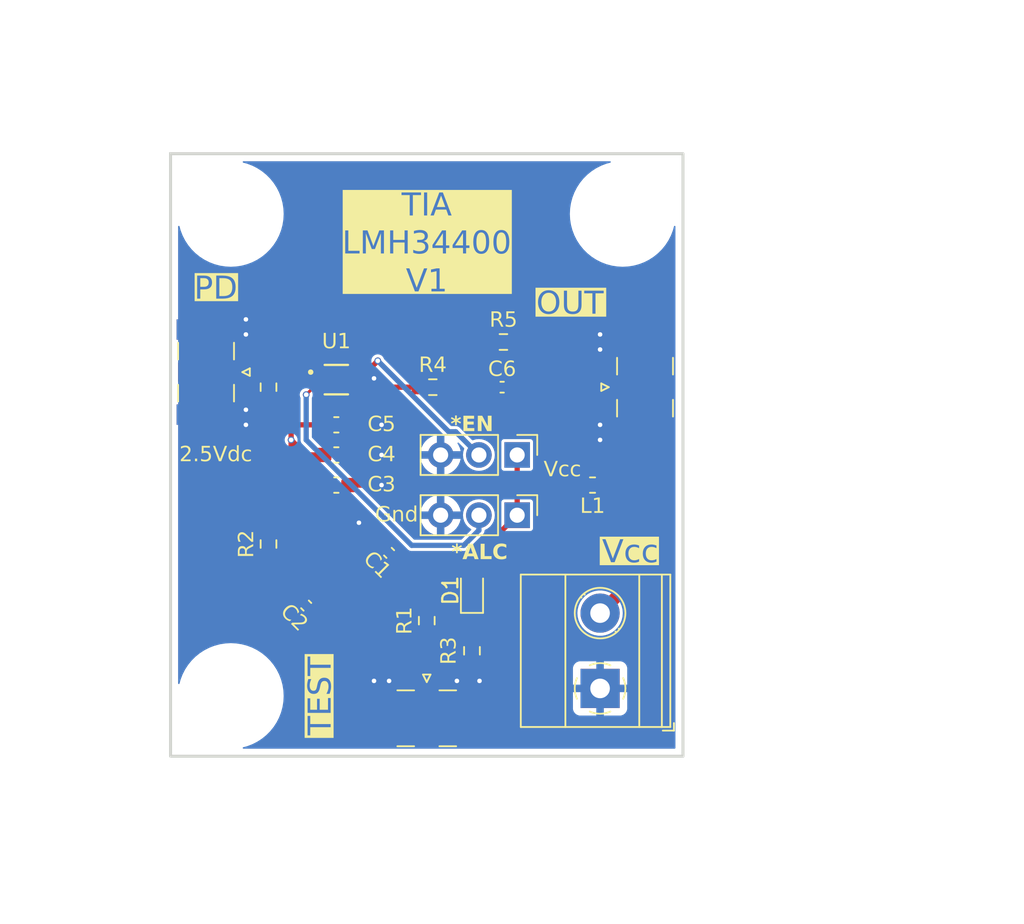
<source format=kicad_pcb>
(kicad_pcb (version 20240108) (generator "pcbnew") (generator_version "8.0")
  (layers (0 "F.Cu" signal) (1 "In1.Cu" signal) (2 "In2.Cu" signal) (31 "B.Cu" signal) (34 "B.Paste" user) (35 "F.Paste" user) (36 "B.SilkS" user "B.Silkscreen") (37 "F.SilkS" user "F.Silkscreen") (38 "B.Mask" user) (39 "F.Mask" user) (44 "Edge.Cuts" user))
  (net 0 "")
  (net 1 "GND")
  (net 2 "Net-(U1-OUT)")
  (net 3 "Net-(J3-Pin_2)")
  (net 4 "VCC")
  (net 5 "Net-(J1-In)")
  (net 6 "Net-(C1-Pad1)")
  (net 7 "Net-(C2-Pad2)")
  (net 8 "Net-(J6-In)")
  (net 9 "Net-(C6-Pad1)")
  (net 10 "Net-(J2-In)")
  (net 11 "Net-(J4-Pin_2)")
  (net 12 "Net-(J5-Pin_2)")
  (net 13 "Net-(JP1-A)")
  (net 14 "Net-(D1-K)")
  (footprint "Resistor_SMD:R_0603_1608Metric_Pad0.98x0.95mm_HandSolder" (layer "F.Cu") (at 113.5 68.5 90)
    (property "Reference" "JP1" (hide yes))
    (property "Value" "Test")
    (fp_line (start -0.254724 -0.5225) (end 0.254724 -0.5225) (stroke (width 0.12)) (layer "F.SilkS"))
    (fp_line (start -0.254724 0.5225) (end 0.254724 0.5225) (stroke (width 0.12)) (layer "F.SilkS"))
    (pad "1" smd roundrect (at -0.9125 0 90) (size 0.975 0.95) (layers "F.Cu" "F.Paste" "F.Mask") (net 13 "Net-(JP1-A)"))
    (pad "2" smd roundrect (at 0.9125 0 90) (size 0.975 0.95) (layers "F.Cu" "F.Paste" "F.Mask") (net 10 "Net-(J2-In)"))
  )
  (footprint "TerminalBlock_Phoenix:TerminalBlock_Phoenix_MKDS-1,5-2_1x02_P5.00mm_Horizontal" (layer "F.Cu") (at 135.5 88.5 90)
    (property "Reference" "J3")
    (property "Value" "Vout")
    (fp_line (start 7.56 -5.261) (end 7.56 4.66) (stroke (width 0.12)) (layer "F.SilkS"))
    (fp_line (start -2.56 -5.261) (end 7.56 -5.261) (stroke (width 0.12)) (layer "F.SilkS"))
    (fp_line (start -2.56 -5.261) (end -2.56 4.66) (stroke (width 0.12)) (layer "F.SilkS"))
    (fp_line (start -2.56 -2.301) (end 7.56 -2.301) (stroke (width 0.12)) (layer "F.SilkS"))
    (fp_line (start 6.07 -1.275) (end 6.035 -1.239) (stroke (width 0.12)) (layer "F.SilkS"))
    (fp_line (start 6.275 -1.069) (end 6.228 -1.023) (stroke (width 0.12)) (layer "F.SilkS"))
    (fp_line (start 3.773 1.023) (end 3.726 1.069) (stroke (width 0.12)) (layer "F.SilkS"))
    (fp_line (start 3.966 1.239) (end 3.931 1.274) (stroke (width 0.12)) (layer "F.SilkS"))
    (fp_line (start -2.56 2.6) (end 7.56 2.6) (stroke (width 0.12)) (layer "F.SilkS"))
    (fp_line (start -2.56 4.1) (end 7.56 4.1) (stroke (width 0.12)) (layer "F.SilkS"))
    (fp_line (start -2.8 4.16) (end -2.8 4.9) (stroke (width 0.12)) (layer "F.SilkS"))
    (fp_line (start -2.56 4.66) (end 7.56 4.66) (stroke (width 0.12)) (layer "F.SilkS"))
    (fp_line (start -2.8 4.9) (end -2.3 4.9) (stroke (width 0.12)) (layer "F.SilkS"))
    (fp_arc (start -0.683042 -1.535427) (mid 0.000524 -1.680501) (end 0.684 -1.535) (stroke (width 0.12)) (layer "F.SilkS"))
    (fp_arc (start 1.535427 -0.683042) (mid 1.680501 0.000524) (end 1.535 0.684) (stroke (width 0.12)) (layer "F.SilkS"))
    (fp_arc (start -1.535427 0.683042) (mid -1.680501 -0.000524) (end -1.535 -0.684) (stroke (width 0.12)) (layer "F.SilkS"))
    (fp_arc (start 0.683318 1.534756) (mid 0.349292 1.643288) (end 0 1.68) (stroke (width 0.12)) (layer "F.SilkS"))
    (fp_arc (start 0.028805 1.680253) (mid -0.335551 1.646659) (end -0.684 1.535) (stroke (width 0.12)) (layer "F.SilkS"))
    (fp_circle (center 5 0) (end 6.68 0) (stroke (width 0.12)) (fill none) (layer "F.SilkS"))
    (pad "1" thru_hole rect (at 0 0 90) (size 2.6 2.6) (drill 1.3) (layers "*.Cu" "*.Mask") (net 1 "GND"))
    (pad "2" thru_hole circle (at 5 0 90) (size 2.6 2.6) (drill 1.3) (layers "*.Cu" "*.Mask") (net 3 "Net-(J3-Pin_2)"))
  )
  (footprint "Resistor_SMD:R_0603_1608Metric_Pad0.98x0.95mm_HandSolder" (layer "F.Cu") (at 124 84 90)
    (property "Reference" "R1" (at 0 -1.43 -90) (layer "F.SilkS") (effects (font (thickness 0.153))))
    (property "Value" "49.9")
    (fp_line (start -0.254724 -0.5225) (end 0.254724 -0.5225) (stroke (width 0.12)) (layer "F.SilkS"))
    (fp_line (start -0.254724 0.5225) (end 0.254724 0.5225) (stroke (width 0.12)) (layer "F.SilkS"))
    (pad "1" smd roundrect (at -0.9125 0 90) (size 0.975 0.95) (layers "F.Cu" "F.Paste" "F.Mask") (net 5 "Net-(J1-In)"))
    (pad "2" smd roundrect (at 0.9125 0 90) (size 0.975 0.95) (layers "F.Cu" "F.Paste" "F.Mask") (net 6 "Net-(C1-Pad1)"))
  )
  (footprint "Inductor_SMD:L_0603_1608Metric_Pad1.05x0.95mm_HandSolder" (layer "F.Cu") (at 135 75 180)
    (property "Reference" "L1" (at 0 -1.43 180) (layer "F.SilkS") (effects (font (thickness 0.153))))
    (property "Value" " Ferrite Beads 220 OHM ")
    (fp_line (start -0.171267 0.51) (end 0.171267 0.51) (stroke (width 0.12)) (layer "F.SilkS"))
    (fp_line (start -0.171267 -0.51) (end 0.171267 -0.51) (stroke (width 0.12)) (layer "F.SilkS"))
    (pad "1" smd roundrect (at -0.875 0 180) (size 1.05 0.95) (layers "F.Cu" "F.Paste" "F.Mask") (net 3 "Net-(J3-Pin_2)"))
    (pad "2" smd roundrect (at 0.875 0 180) (size 1.05 0.95) (layers "F.Cu" "F.Paste" "F.Mask") (net 4 "VCC"))
  )
  (footprint "Connector_PinHeader_2.54mm:PinHeader_1x03_P2.54mm_Vertical" (layer "F.Cu") (at 130 73 -90)
    (property "Reference" "J5" (hide yes))
    (property "Value" "N_ALC")
    (fp_line (start -1.33 6.41) (end 1.33 6.41) (stroke (width 0.12)) (layer "F.SilkS"))
    (fp_line (start -1.33 1.27) (end -1.33 6.41) (stroke (width 0.12)) (layer "F.SilkS"))
    (fp_line (start -1.33 1.27) (end 1.33 1.27) (stroke (width 0.12)) (layer "F.SilkS"))
    (fp_line (start 1.33 1.27) (end 1.33 6.41) (stroke (width 0.12)) (layer "F.SilkS"))
    (fp_line (start -1.33 0) (end -1.33 -1.33) (stroke (width 0.12)) (layer "F.SilkS"))
    (fp_line (start -1.33 -1.33) (end 0 -1.33) (stroke (width 0.12)) (layer "F.SilkS"))
    (pad "1" thru_hole rect (at 0 0 270) (size 1.7 1.7) (drill 1) (layers "*.Cu" "*.Mask") (net 4 "VCC"))
    (pad "2" thru_hole oval (at 0 2.54 270) (size 1.7 1.7) (drill 1) (layers "*.Cu" "*.Mask") (net 12 "Net-(J5-Pin_2)"))
    (pad "3" thru_hole oval (at 0 5.08 270) (size 1.7 1.7) (drill 1) (layers "*.Cu" "*.Mask") (net 1 "GND"))
  )
  (footprint "MountingHole:MountingHole_3.2mm_M3_DIN965" (layer "F.Cu") (at 137 57)
    (property "Reference" "H2" (hide yes))
    (property "Value" "M3")
    (pad "" np_thru_hole circle (at 0 0) (size 3.2 3.2) (drill 3.2) (layers "*.Cu" "*.Mask"))
  )
  (footprint "LumiCom_TIA:SOT5X3-6_DRL_TEX" (layer "F.Cu") (at 118 68)
    (property "Reference" "U1" (at 0 -2.5 0) (layer "F.SilkS") (effects (font (thickness 0.153))))
    (property "Value" "LMH34400")
    (fp_line (start -0.7747 0.9779) (end 0.7747 0.9779) (stroke (width 0.1524)) (layer "F.SilkS"))
    (fp_line (start 0.7747 -0.9779) (end -0.7747 -0.9779) (stroke (width 0.1524)) (layer "F.SilkS"))
    (fp_circle (center -1.701699 -0.5) (end -1.600099 -0.5) (stroke (width 0.1524)) (fill solid) (layer "F.SilkS"))
    (pad "1" smd rect (at -0.7977 -0.499999) (size 0.706399 0.2294) (layers "F.Cu" "F.Paste" "F.Mask") (net 10 "Net-(J2-In)"))
    (pad "2" smd rect (at -0.7977 0) (size 0.706399 0.2294) (layers "F.Cu" "F.Paste" "F.Mask") (net 4 "VCC"))
    (pad "3" smd rect (at -0.7977 0.499999) (size 0.706399 0.2294) (layers "F.Cu" "F.Paste" "F.Mask") (net 11 "Net-(J4-Pin_2)"))
    (pad "4" smd rect (at 0.7977 0.499999) (size 0.706399 0.2294) (layers "F.Cu" "F.Paste" "F.Mask") (net 2 "Net-(U1-OUT)"))
    (pad "5" smd rect (at 0.7977 0) (size 0.706399 0.2294) (layers "F.Cu" "F.Paste" "F.Mask") (net 1 "GND"))
    (pad "6" smd rect (at 0.7977 -0.499999) (size 0.706399 0.2294) (layers "F.Cu" "F.Paste" "F.Mask") (net 12 "Net-(J5-Pin_2)"))
  )
  (footprint "Connector_PinHeader_2.54mm:PinHeader_1x03_P2.54mm_Vertical" (layer "F.Cu") (at 130 77 -90)
    (property "Reference" "J4" (hide yes))
    (property "Value" "N_EN")
    (fp_line (start -1.33 6.41) (end 1.33 6.41) (stroke (width 0.12)) (layer "F.SilkS"))
    (fp_line (start -1.33 1.27) (end -1.33 6.41) (stroke (width 0.12)) (layer "F.SilkS"))
    (fp_line (start -1.33 1.27) (end 1.33 1.27) (stroke (width 0.12)) (layer "F.SilkS"))
    (fp_line (start 1.33 1.27) (end 1.33 6.41) (stroke (width 0.12)) (layer "F.SilkS"))
    (fp_line (start -1.33 0) (end -1.33 -1.33) (stroke (width 0.12)) (layer "F.SilkS"))
    (fp_line (start -1.33 -1.33) (end 0 -1.33) (stroke (width 0.12)) (layer "F.SilkS"))
    (pad "1" thru_hole rect (at 0 0 270) (size 1.7 1.7) (drill 1) (layers "*.Cu" "*.Mask") (net 4 "VCC"))
    (pad "2" thru_hole oval (at 0 2.54 270) (size 1.7 1.7) (drill 1) (layers "*.Cu" "*.Mask") (net 11 "Net-(J4-Pin_2)"))
    (pad "3" thru_hole oval (at 0 5.08 270) (size 1.7 1.7) (drill 1) (layers "*.Cu" "*.Mask") (net 1 "GND"))
  )
  (footprint "Resistor_SMD:R_0603_1608Metric_Pad0.98x0.95mm_HandSolder" (layer "F.Cu") (at 124.4 68.5)
    (property "Reference" "R4" (at 0 -1.43 0) (layer "F.SilkS") (effects (font (thickness 0.153))))
    (property "Value" "49.9")
    (fp_line (start -0.254724 -0.5225) (end 0.254724 -0.5225) (stroke (width 0.12)) (layer "F.SilkS"))
    (fp_line (start -0.254724 0.5225) (end 0.254724 0.5225) (stroke (width 0.12)) (layer "F.SilkS"))
    (pad "1" smd roundrect (at -0.9125 0) (size 0.975 0.95) (layers "F.Cu" "F.Paste" "F.Mask") (net 2 "Net-(U1-OUT)"))
    (pad "2" smd roundrect (at 0.9125 0) (size 0.975 0.95) (layers "F.Cu" "F.Paste" "F.Mask") (net 9 "Net-(C6-Pad1)"))
  )
  (footprint "Capacitor_SMD:C_0402_1005Metric_Pad0.74x0.62mm_HandSolder" (layer "F.Cu") (at 121.5 79.5 135)
    (property "Reference" "C1" (at 0 -1.16 135) (layer "F.SilkS") (effects (font (thickness 0.153))))
    (property "Value" ".1uF")
    (fp_line (start -0.115835 -0.36) (end 0.115835 -0.36) (stroke (width 0.12)) (layer "F.SilkS"))
    (fp_line (start -0.115835 0.36) (end 0.115835 0.36) (stroke (width 0.12)) (layer "F.SilkS"))
    (pad "1" smd roundrect (at -0.5675 0 135) (size 0.735 0.62) (layers "F.Cu" "F.Paste" "F.Mask") (net 6 "Net-(C1-Pad1)"))
    (pad "2" smd roundrect (at 0.5675 0 135) (size 0.735 0.62) (layers "F.Cu" "F.Paste" "F.Mask") (net 1 "GND"))
  )
  (footprint "Capacitor_SMD:C_0603_1608Metric_Pad1.08x0.95mm_HandSolder" (layer "F.Cu") (at 118 73)
    (property "Reference" "C4" (at 3 0 0) (layer "F.SilkS") (effects (font (thickness 0.153))))
    (property "Value" "1uF")
    (fp_line (start -0.146267 -0.51) (end 0.146267 -0.51) (stroke (width 0.12)) (layer "F.SilkS"))
    (fp_line (start -0.146267 0.51) (end 0.146267 0.51) (stroke (width 0.12)) (layer "F.SilkS"))
    (pad "1" smd roundrect (at -0.8625 0) (size 1.075 0.95) (layers "F.Cu" "F.Paste" "F.Mask") (net 4 "VCC"))
    (pad "2" smd roundrect (at 0.8625 0) (size 1.075 0.95) (layers "F.Cu" "F.Paste" "F.Mask") (net 1 "GND"))
  )
  (footprint "Capacitor_SMD:C_0603_1608Metric_Pad1.08x0.95mm_HandSolder" (layer "F.Cu") (at 118 75)
    (property "Reference" "C3" (at 3 0 0) (layer "F.SilkS") (effects (font (thickness 0.153))))
    (property "Value" "10uF")
    (fp_line (start -0.146267 -0.51) (end 0.146267 -0.51) (stroke (width 0.12)) (layer "F.SilkS"))
    (fp_line (start -0.146267 0.51) (end 0.146267 0.51) (stroke (width 0.12)) (layer "F.SilkS"))
    (pad "1" smd roundrect (at -0.8625 0) (size 1.075 0.95) (layers "F.Cu" "F.Paste" "F.Mask") (net 4 "VCC"))
    (pad "2" smd roundrect (at 0.8625 0) (size 1.075 0.95) (layers "F.Cu" "F.Paste" "F.Mask") (net 1 "GND"))
  )
  (footprint "Resistor_SMD:R_0603_1608Metric_Pad0.98x0.95mm_HandSolder" (layer "F.Cu") (at 129.0875 65.5)
    (property "Reference" "R5" (at 0 -1.43 0) (layer "F.SilkS") (effects (font (thickness 0.153))))
    (property "Value" "0")
    (fp_line (start -0.254724 -0.5225) (end 0.254724 -0.5225) (stroke (width 0.12)) (layer "F.SilkS"))
    (fp_line (start -0.254724 0.5225) (end 0.254724 0.5225) (stroke (width 0.12)) (layer "F.SilkS"))
    (pad "1" smd roundrect (at -0.9125 0) (size 0.975 0.95) (layers "F.Cu" "F.Paste" "F.Mask") (net 9 "Net-(C6-Pad1)"))
    (pad "2" smd roundrect (at 0.9125 0) (size 0.975 0.95) (layers "F.Cu" "F.Paste" "F.Mask") (net 8 "Net-(J6-In)"))
  )
  (footprint "MountingHole:MountingHole_3.2mm_M3_DIN965" (layer "F.Cu") (at 111 57)
    (property "Reference" "H1" (hide yes))
    (property "Value" "M3")
    (pad "" np_thru_hole circle (at 0 0) (size 3.2 3.2) (drill 3.2) (layers "*.Cu" "*.Mask"))
  )
  (footprint "LED_SMD:LED_0603_1608Metric" (layer "F.Cu") (at 127 82 90)
    (property "Reference" "D1" (at 0 -1.43 90) (layer "F.SilkS"))
    (property "Value" "Green led")
    (fp_line (start 0.8 -0.735) (end -1.485 -0.735) (stroke (width 0.12)) (layer "F.SilkS"))
    (fp_line (start -1.485 -0.735) (end -1.485 0.735) (stroke (width 0.12)) (layer "F.SilkS"))
    (fp_line (start -1.485 0.735) (end 0.8 0.735) (stroke (width 0.12)) (layer "F.SilkS"))
    (pad "1" smd roundrect (at -0.7875 0 90) (size 0.875 0.95) (layers "F.Cu" "F.Paste" "F.Mask") (net 14 "Net-(D1-K)"))
    (pad "2" smd roundrect (at 0.7875 0 90) (size 0.875 0.95) (layers "F.Cu" "F.Paste" "F.Mask") (net 4 "VCC"))
  )
  (footprint "Connector_Coaxial:SMA_Samtec_SMA-J-P-X-ST-EM1_EdgeMount" (layer "F.Cu") (at 109.5 67.5 -90)
    (property "Reference" "J2")
    (property "Value" "PD IN")
    (fp_line (start -1.95 2) (end -0.84 2) (stroke (width 0.12)) (layer "F.SilkS"))
    (fp_line (start 0.84 2) (end 1.95 2) (stroke (width 0.12)) (layer "F.SilkS"))
    (fp_line (start -1.95 -1.71) (end -0.84 -1.71) (stroke (width 0.12)) (layer "F.SilkS"))
    (fp_line (start 0.84 -1.71) (end 1.95 -1.71) (stroke (width 0.12)) (layer "F.SilkS"))
    (fp_line (start 0 -2.26) (end 0.25 -2.76) (stroke (width 0.12)) (layer "F.SilkS"))
    (fp_line (start -0.25 -2.76) (end 0 -2.26) (stroke (width 0.12)) (layer "F.SilkS"))
    (fp_line (start 0.25 -2.76) (end -0.25 -2.76) (stroke (width 0.12)) (layer "F.SilkS"))
    (pad "1" smd rect (at 0 0.2 270) (size 1.27 3.6) (layers "F.Cu" "F.Paste" "F.Mask") (net 10 "Net-(J2-In)"))
    (pad "2" smd rect (at -2.825 0 270) (size 1.35 4.2) (layers "F.Cu" "F.Paste" "F.Mask") (net 1 "GND"))
    (pad "2" smd rect (at -2.825 0 270) (size 1.35 4.2) (layers "B.Cu" "B.Paste" "B.Mask") (net 1 "GND"))
    (pad "2" smd rect (at 2.825 0 270) (size 1.35 4.2) (layers "F.Cu" "F.Paste" "F.Mask") (net 1 "GND"))
    (pad "2" smd rect (at 2.825 0 270) (size 1.35 4.2) (layers "B.Cu" "B.Paste" "B.Mask") (net 1 "GND"))
  )
  (footprint "Capacitor_SMD:C_0402_1005Metric_Pad0.74x0.62mm_HandSolder" (layer "F.Cu") (at 129 68.5)
    (property "Reference" "C6" (at 0 -1.16 0) (layer "F.SilkS") (effects (font (thickness 0.153))))
    (property "Value" ".1uF")
    (fp_line (start -0.115835 -0.36) (end 0.115835 -0.36) (stroke (width 0.12)) (layer "F.SilkS"))
    (fp_line (start -0.115835 0.36) (end 0.115835 0.36) (stroke (width 0.12)) (layer "F.SilkS"))
    (pad "1" smd roundrect (at -0.5675 0) (size 0.735 0.62) (layers "F.Cu" "F.Paste" "F.Mask") (net 9 "Net-(C6-Pad1)"))
    (pad "2" smd roundrect (at 0.5675 0) (size 0.735 0.62) (layers "F.Cu" "F.Paste" "F.Mask") (net 8 "Net-(J6-In)"))
  )
  (footprint "Connector_Coaxial:SMA_Samtec_SMA-J-P-X-ST-EM1_EdgeMount" (layer "F.Cu") (at 138.3375 68.5 90)
    (property "Reference" "J6")
    (property "Value" "OUT")
    (fp_line (start 0.25 -2.76) (end -0.25 -2.76) (stroke (width 0.12)) (layer "F.SilkS"))
    (fp_line (start -0.25 -2.76) (end 0 -2.26) (stroke (width 0.12)) (layer "F.SilkS"))
    (fp_line (start 0 -2.26) (end 0.25 -2.76) (stroke (width 0.12)) (layer "F.SilkS"))
    (fp_line (start 0.84 -1.71) (end 1.95 -1.71) (stroke (width 0.12)) (layer "F.SilkS"))
    (fp_line (start -1.95 -1.71) (end -0.84 -1.71) (stroke (width 0.12)) (layer "F.SilkS"))
    (fp_line (start 0.84 2) (end 1.95 2) (stroke (width 0.12)) (layer "F.SilkS"))
    (fp_line (start -1.95 2) (end -0.84 2) (stroke (width 0.12)) (layer "F.SilkS"))
    (pad "1" smd rect (at 0 0.2 90) (size 1.27 3.6) (layers "F.Cu" "F.Paste" "F.Mask") (net 8 "Net-(J6-In)"))
    (pad "2" smd rect (at -2.825 0 90) (size 1.35 4.2) (layers "F.Cu" "F.Paste" "F.Mask") (net 1 "GND"))
    (pad "2" smd rect (at -2.825 0 90) (size 1.35 4.2) (layers "B.Cu" "B.Paste" "B.Mask") (net 1 "GND"))
    (pad "2" smd rect (at 2.825 0 90) (size 1.35 4.2) (layers "F.Cu" "F.Paste" "F.Mask") (net 1 "GND"))
    (pad "2" smd rect (at 2.825 0 90) (size 1.35 4.2) (layers "B.Cu" "B.Paste" "B.Mask") (net 1 "GND"))
  )
  (footprint "Capacitor_SMD:C_0603_1608Metric_Pad1.08x0.95mm_HandSolder" (layer "F.Cu") (at 118 71)
    (property "Reference" "C5" (at 3 0 0) (layer "F.SilkS") (effects (font (thickness 0.153))))
    (property "Value" "100nF")
    (fp_line (start -0.146267 -0.51) (end 0.146267 -0.51) (stroke (width 0.12)) (layer "F.SilkS"))
    (fp_line (start -0.146267 0.51) (end 0.146267 0.51) (stroke (width 0.12)) (layer "F.SilkS"))
    (pad "1" smd roundrect (at -0.8625 0) (size 1.075 0.95) (layers "F.Cu" "F.Paste" "F.Mask") (net 4 "VCC"))
    (pad "2" smd roundrect (at 0.8625 0) (size 1.075 0.95) (layers "F.Cu" "F.Paste" "F.Mask") (net 1 "GND"))
  )
  (footprint "Capacitor_SMD:C_0402_1005Metric_Pad0.74x0.62mm_HandSolder" (layer "F.Cu") (at 116 83 135)
    (property "Reference" "C2" (at 0 -1.16 135) (layer "F.SilkS") (effects (font (thickness 0.153))))
    (property "Value" ".1uF")
    (fp_line (start -0.115835 -0.36) (end 0.115835 -0.36) (stroke (width 0.12)) (layer "F.SilkS"))
    (fp_line (start -0.115835 0.36) (end 0.115835 0.36) (stroke (width 0.12)) (layer "F.SilkS"))
    (pad "1" smd roundrect (at -0.5675 0 135) (size 0.735 0.62) (layers "F.Cu" "F.Paste" "F.Mask") (net 5 "Net-(J1-In)"))
    (pad "2" smd roundrect (at 0.5675 0 135) (size 0.735 0.62) (layers "F.Cu" "F.Paste" "F.Mask") (net 7 "Net-(C2-Pad2)"))
  )
  (footprint "Resistor_SMD:R_0603_1608Metric_Pad0.98x0.95mm_HandSolder" (layer "F.Cu") (at 113.5 78.9125 90)
    (property "Reference" "R2" (at 0 -1.43 -90) (layer "F.SilkS") (effects (font (thickness 0.153))))
    (property "Value" "4.02K")
    (fp_line (start -0.254724 -0.5225) (end 0.254724 -0.5225) (stroke (width 0.12)) (layer "F.SilkS"))
    (fp_line (start -0.254724 0.5225) (end 0.254724 0.5225) (stroke (width 0.12)) (layer "F.SilkS"))
    (pad "1" smd roundrect (at -0.9125 0 90) (size 0.975 0.95) (layers "F.Cu" "F.Paste" "F.Mask") (net 7 "Net-(C2-Pad2)"))
    (pad "2" smd roundrect (at 0.9125 0 90) (size 0.975 0.95) (layers "F.Cu" "F.Paste" "F.Mask") (net 13 "Net-(JP1-A)"))
  )
  (footprint "MountingHole:MountingHole_3.2mm_M3_DIN965" (layer "F.Cu") (at 111 89)
    (property "Reference" "H3" (hide yes))
    (property "Value" "M3")
    (pad "" np_thru_hole circle (at 0 0) (size 3.2 3.2) (drill 3.2) (layers "*.Cu" "*.Mask"))
  )
  (footprint "Connector_Coaxial:SMA_Samtec_SMA-J-P-X-ST-EM1_EdgeMount" (layer "F.Cu") (at 124 90.3375)
    (property "Reference" "J1")
    (property "Value" "TEST")
    (fp_line (start -1.95 -1.71) (end -0.84 -1.71) (stroke (width 0.12)) (layer "F.SilkS"))
    (fp_line (start -1.95 2) (end -0.84 2) (stroke (width 0.12)) (layer "F.SilkS"))
    (fp_line (start -0.25 -2.76) (end 0 -2.26) (stroke (width 0.12)) (layer "F.SilkS"))
    (fp_line (start 0 -2.26) (end 0.25 -2.76) (stroke (width 0.12)) (layer "F.SilkS"))
    (fp_line (start 0.25 -2.76) (end -0.25 -2.76) (stroke (width 0.12)) (layer "F.SilkS"))
    (fp_line (start 0.84 -1.71) (end 1.95 -1.71) (stroke (width 0.12)) (layer "F.SilkS"))
    (fp_line (start 0.84 2) (end 1.95 2) (stroke (width 0.12)) (layer "F.SilkS"))
    (pad "1" smd rect (at 0 0.2) (size 1.27 3.6) (layers "F.Cu" "F.Paste" "F.Mask") (net 5 "Net-(J1-In)"))
    (pad "2" smd rect (at -2.825 0) (size 1.35 4.2) (layers "F.Cu" "F.Paste" "F.Mask") (net 1 "GND"))
    (pad "2" smd rect (at -2.825 0) (size 1.35 4.2) (layers "B.Cu" "B.Paste" "B.Mask") (net 1 "GND"))
    (pad "2" smd rect (at 2.825 0) (size 1.35 4.2) (layers "F.Cu" "F.Paste" "F.Mask") (net 1 "GND"))
    (pad "2" smd rect (at 2.825 0) (size 1.35 4.2) (layers "B.Cu" "B.Paste" "B.Mask") (net 1 "GND"))
  )
  (footprint "Resistor_SMD:R_0603_1608Metric_Pad0.98x0.95mm_HandSolder" (layer "F.Cu") (at 127 86 -90)
    (property "Reference" "R3" (at 0 1.5 90) (layer "F.SilkS") (effects (font (thickness 0.153))))
    (property "Value" "1k2")
    (fp_line (start -0.254724 0.5225) (end 0.254724 0.5225) (stroke (width 0.12)) (layer "F.SilkS"))
    (fp_line (start -0.254724 -0.5225) (end 0.254724 -0.5225) (stroke (width 0.12)) (layer "F.SilkS"))
    (pad "1" smd roundrect (at -0.9125 0 270) (size 0.975 0.95) (layers "F.Cu" "F.Paste" "F.Mask") (net 14 "Net-(D1-K)"))
    (pad "2" smd roundrect (at 0.9125 0 270) (size 0.975 0.95) (layers "F.Cu" "F.Paste" "F.Mask") (net 1 "GND"))
  )
  (gr_rect (start 107 53) (end 141 93) (stroke (width 0.2)) (fill none) (layer "Edge.Cuts"))
  (gr_text "TEST" (at 117 89 90) (layer "F.SilkS" knockout) (effects (font (size 1.5 1.5) (thickness 0.1875) (italic yes))))
  (gr_text "2.5Vdc" (at 110 73 0) (layer "F.SilkS") (effects (font (size 1 1) (thickness 0.125) (italic yes))))
  (gr_text "PD" (at 110 62 0) (layer "F.SilkS" knockout) (effects (font (size 1.5 1.5) (thickness 0.1875) (italic yes))))
  (gr_text "OUT" (at 133.5 63 0) (layer "F.SilkS" knockout) (effects (font (size 1.5 1.5) (thickness 0.1875) (italic yes))))
  (gr_text "Vcc" (at 137.5 79.5 0) (layer "F.SilkS" knockout) (effects (font (size 1.5 1.5) (thickness 0.1875) (italic yes))))
  (gr_text "*ALC" (at 127.5 79.5 0) (layer "F.SilkS") (effects (font (size 1 1) (thickness 0.2) (bold yes))))
  (gr_text "Vcc" (at 133 74 0) (layer "F.SilkS") (effects (font (size 1 1) (thickness 0.125))))
  (gr_text "TIA\nLMH34400\nV1" (at 124 59 0) (layer "F.SilkS" knockout) (effects (font (size 1.5 1.5) (thickness 0.1875) (italic yes))))
  (gr_text "*EN" (at 127 71 0) (layer "F.SilkS") (effects (font (size 1 1) (thickness 0.2) (bold yes))))
  (gr_text "Gnd" (at 122 77 0) (layer "F.SilkS") (effects (font (size 1 1) (thickness 0.125))))
  (segment (start 121.5 88) (end 121.5 90.0125) (width 0.3493) (layer "F.Cu") (net 1))
  (segment (start 139.0125 66) (end 139.3375 65.675) (width 0.3493) (layer "F.Cu") (net 1))
  (segment (start 120.416099 68) (end 120.500003 67.916096) (width 0.3493) (layer "F.Cu") (net 1))
  (segment (start 118.8625 75) (end 121 75) (width 0.3493) (layer "F.Cu") (net 1))
  (segment (start 126 89.5125) (end 126.825 90.3375) (width 0.3493) (layer "F.Cu") (net 1))
  (segment (start 110.175 64) (end 112 64) (width 0.3493) (layer "F.Cu") (net 1))
  (segment (start 119.75803 68) (end 118.7977 68) (width 0.3) (layer "F.Cu") (net 1))
  (segment (start 127.5 89.6625) (end 126.825 90.3375) (width 0.3493) (layer "F.Cu") (net 1))
  (segment (start 127 90.1625) (end 126.825 90.3375) (width 0.3493) (layer "F.Cu") (net 1))
  (segment (start 119.782681 68.024651) (end 119.75803 68) (width 0.3) (layer "F.Cu") (net 1))
  (segment (start 120.5 89.6625) (end 120.5 88) (width 0.3493) (layer "F.Cu") (net 1))
  (segment (start 109.5 64.675) (end 109.825 65) (width 0.3493) (layer "F.Cu") (net 1))
  (segment (start 109.5 70.325) (end 109.825 70) (width 0.3493) (layer "F.Cu") (net 1))
  (segment (start 119.5 77.5) (end 120.89012 78.89012) (width 0.3493) (layer "F.Cu") (net 1))
  (segment (start 121.5 90.0125) (end 121.175 90.3375) (width 0.3493) (layer "F.Cu") (net 1))
  (segment (start 118.862501 71) (end 121 71) (width 0.3493) (layer "F.Cu") (net 1))
  (segment (start 121.175 90.3375) (end 120.5 89.6625) (width 0.3493) (layer "F.Cu") (net 1))
  (segment (start 110.175 71) (end 112 71) (width 0.3493) (layer "F.Cu") (net 1))
  (segment (start 109.825 65) (end 112 65) (width 0.3493) (layer "F.Cu") (net 1))
  (segment (start 120.3 68) (end 120.275349 68.024651) (width 0.3) (layer "F.Cu") (net 1))
  (segment (start 139.0125 71) (end 138.0125 72) (width 0.3493) (layer "F.Cu") (net 1))
  (segment (start 109.5 64.675) (end 110.175 64) (width 0.3493) (layer "F.Cu") (net 1))
  (segment (start 118.862501 73) (end 121 73) (width 0.3493) (layer "F.Cu") (net 1))
  (segment (start 109.5 70.325) (end 110.175 71) (width 0.3493) (layer "F.Cu") (net 1))
  (segment (start 135.5 71) (end 139.0125 71) (width 0.3493) (layer "F.Cu") (net 1))
  (segment (start 126 88) (end 126 89.5125) (width 0.3493) (layer "F.Cu") (net 1))
  (segment (start 138.6625 65) (end 135.5 65) (width 0.3493) (layer "F.Cu") (net 1))
  (segment (start 139.3375 65.675) (end 138.6625 65) (width 0.3493) (layer "F.Cu") (net 1))
  (segment (start 120.275349 68.024651) (end 119.782681 68.024651) (width 0.3) (layer "F.Cu") (net 1))
  (segment (start 127 86.9125) (end 127 90.1625) (width 0.3493) (layer "F.Cu") (net 1))
  (segment (start 138.0125 72) (end 135.5 72) (width 0.3493) (layer "F.Cu") (net 1))
  (segment (start 135.5 66) (end 139.0125 66) (width 0.3493) (layer "F.Cu") (net 1))
  (segment (start 127.5 88) (end 127.5 89.6625) (width 0.3493) (layer "F.Cu") (net 1))
  (segment (start 109.825 70) (end 112 70) (width 0.3493) (layer "F.Cu") (net 1))
  (via (at 135.5 71) (size 0.45) (drill 0.3) (layers "F.Cu" "B.Cu") (net 1))
  (via (at 120.5 88) (size 0.45) (drill 0.3) (layers "F.Cu" "B.Cu") (net 1))
  (via (at 120.500003 67.916096) (size 0.45) (drill 0.3) (layers "F.Cu" "B.Cu") (net 1))
  (via (at 121 71) (size 0.45) (drill 0.3) (layers "F.Cu" "B.Cu") (net 1))
  (via (at 135.5 66) (size 0.45) (drill 0.3) (layers "F.Cu" "B.Cu") (net 1))
  (via (at 112 71) (size 0.45) (drill 0.3) (layers "F.Cu" "B.Cu") (net 1))
  (via (at 121.5 88) (size 0.45) (drill 0.3) (layers "F.Cu" "B.Cu") (net 1))
  (via (at 135.5 72) (size 0.45) (drill 0.3) (layers "F.Cu" "B.Cu") (net 1))
  (via (at 112 70) (size 0.45) (drill 0.3) (layers "F.Cu" "B.Cu") (net 1))
  (via (at 126 88) (size 0.45) (drill 0.3) (layers "F.Cu" "B.Cu") (net 1))
  (via (at 112 65) (size 0.45) (drill 0.3) (layers "F.Cu" "B.Cu") (net 1))
  (via (at 119.5 77.5) (size 0.45) (drill 0.3) (layers "F.Cu" "B.Cu") (net 1))
  (via (at 127.5 88) (size 0.45) (drill 0.3) (layers "F.Cu" "B.Cu") (net 1))
  (via (at 112 64) (size 0.45) (drill 0.3) (layers "F.Cu" "B.Cu") (net 1))
  (via (at 135.5 65) (size 0.45) (drill 0.3) (layers "F.Cu" "B.Cu") (net 1))
  (via (at 121 73) (size 0.45) (drill 0.3) (layers "F.Cu" "B.Cu") (net 1))
  (via (at 121 75) (size 0.45) (drill 0.3) (layers "F.Cu" "B.Cu") (net 1))
  (segment (start 118.872702 68.575001) (end 121.324999 68.575001) (width 0.3) (layer "F.Cu") (net 2))
  (segment (start 121.324999 68.575001) (end 121.4 68.5) (width 0.3) (layer "F.Cu") (net 2))
  (segment (start 121.4 68.5) (end 123.4875 68.5) (width 0.3493) (layer "F.Cu") (net 2))
  (segment (start 118.7977 68.499999) (end 118.872702 68.575001) (width 0.3) (layer "F.Cu") (net 2))
  (segment (start 138 76) (end 137 75) (width 0.8) (layer "F.Cu") (net 3))
  (segment (start 137 75) (end 135.874999 75) (width 0.8) (layer "F.Cu") (net 3))
  (segment (start 135.5 83.5) (end 138 81) (width 0.8) (layer "F.Cu") (net 3))
  (segment (start 138 81) (end 138 76) (width 0.8) (layer "F.Cu") (net 3))
  (segment (start 130 75) (end 134.125001 75) (width 0.6) (layer "F.Cu") (net 4))
  (segment (start 115 72) (end 115 68.5) (width 0.3493) (layer "F.Cu") (net 4))
  (segment (start 116 73) (end 117.137499 73) (width 0.3493) (layer "F.Cu") (net 4))
  (segment (start 130 77) (end 130 75) (width 0.3493) (layer "F.Cu") (net 4))
  (segment (start 115 71) (end 117.137499 71) (width 0.3493) (layer "F.Cu") (net 4))
  (segment (start 115 68.5) (end 115.4507 68.0493) (width 0.3493) (layer "F.Cu") (net 4))
  (segment (start 115 72) (end 116 73) (width 0.3493) (layer "F.Cu") (net 4))
  (segment (start 115 74) (end 115 72) (width 0.3493) (layer "F.Cu") (net 4))
  (segment (start 127 80) (end 130 77) (width 0.3493) (layer "F.Cu") (net 4))
  (segment (start 115.4507 68.0493) (end 116 68.0493) (width 0.3493) (layer "F.Cu") (net 4))
  (segment (start 117.1375 75) (end 116 75) (width 0.3493) (layer "F.Cu") (net 4))
  (segment (start 117.2023 68) (end 116.0493 68) (width 0.2) (layer "F.Cu") (net 4))
  (segment (start 127 81.2125) (end 127 80) (width 0.3493) (layer "F.Cu") (net 4))
  (segment (start 130 75) (end 130 73) (width 0.3493) (layer "F.Cu") (net 4))
  (segment (start 116 75) (end 115 74) (width 0.3493) (layer "F.Cu") (net 4))
  (segment (start 116.0493 68) (end 116 68.0493) (width 0.2) (layer "F.Cu") (net 4))
  (via (at 115 72) (size 0.45) (drill 0.3) (layers "F.Cu" "B.Cu") (net 4))
  (segment (start 117.9125 84.9125) (end 124 84.9125) (width 0.3493) (layer "F.Cu") (net 5))
  (segment (start 116.60988 83.60988) (end 117.9125 84.9125) (width 0.3493) (layer "F.Cu") (net 5))
  (segment (start 124 90.09) (end 124 84.9125) (width 0.3493) (layer "F.Cu") (net 5))
  (segment (start 124 83.0875) (end 124 82) (width 0.3493) (layer "F.Cu") (net 6))
  (segment (start 124 82) (end 122.10988 80.10988) (width 0.3493) (layer "F.Cu") (net 6))
  (segment (start 113.5 80.5) (end 113.5 79.825) (width 0.3493) (layer "F.Cu") (net 7))
  (segment (start 115.39012 82.39012) (end 113.5 80.5) (width 0.3493) (layer "F.Cu") (net 7))
  (segment (start 132 68.5) (end 138.537499 68.5) (width 0.3493) (layer "F.Cu") (net 8))
  (segment (start 129.8625 68.5) (end 132 68.5) (width 0.3493) (layer "F.Cu") (net 8))
  (segment (start 131.5 65.5) (end 132 66) (width 0.3493) (layer "F.Cu") (net 8))
  (segment (start 132 66) (end 132 68.5) (width 0.3493) (layer "F.Cu") (net 8))
  (segment (start 130.5 65.5) (end 131.5 65.5) (width 0.3493) (layer "F.Cu") (net 8))
  (segment (start 125.3125 68.5) (end 126.5 68.5) (width 0.3493) (layer "F.Cu") (net 9))
  (segment (start 126.5 68.5) (end 126.5 66) (width 0.3493) (layer "F.Cu") (net 9))
  (segment (start 127 65.5) (end 128.175 65.5) (width 0.3493) (layer "F.Cu") (net 9))
  (segment (start 126.5 66) (end 127 65.5) (width 0.3493) (layer "F.Cu") (net 9))
  (segment (start 126.5 68.5) (end 128.1375 68.5) (width 0.3493) (layer "F.Cu") (net 9))
  (segment (start 116 67.500001) (end 117.2023 67.500001) (width 0.3) (layer "F.Cu") (net 10))
  (segment (start 109.8 67.5) (end 109.800001 67.500001) (width 0.3493) (layer "F.Cu") (net 10))
  (segment (start 109.800001 67.500001) (end 113.412501 67.500001) (width 0.3493) (layer "F.Cu") (net 10))
  (segment (start 113.587499 67.500001) (end 116 67.500001) (width 0.3493) (layer "F.Cu") (net 10))
  (segment (start 116 69) (end 115.999999 69.000001) (width 0.3493) (layer "F.Cu") (net 11))
  (segment (start 116.500001 68.499999) (end 115.999999 69.000001) (width 0.2) (layer "F.Cu") (net 11))
  (segment (start 117.2023 68.499999) (end 116.500001 68.499999) (width 0.2) (layer "F.Cu") (net 11))
  (via (at 116 69) (size 0.45) (drill 0.3) (layers "F.Cu" "B.Cu") (net 11))
  (segment (start 127.46 77) (end 127.46 78) (width 0.3493) (layer "B.Cu") (net 11))
  (segment (start 127.46 78) (end 126.46 79) (width 0.3493) (layer "B.Cu") (net 11))
  (segment (start 116 72) (end 116 69) (width 0.3493) (layer "B.Cu") (net 11))
  (segment (start 123 79) (end 116 72) (width 0.3493) (layer "B.Cu") (net 11))
  (segment (start 126.46 79) (end 123 79) (width 0.3493) (layer "B.Cu") (net 11))
  (segment (start 119.999999 67.500001) (end 118.7977 67.500001) (width 0.3) (layer "F.Cu") (net 12))
  (segment (start 120.75 66.75) (end 119.999999 67.500001) (width 0.3493) (layer "F.Cu") (net 12))
  (via (at 120.75 66.75) (size 0.45) (drill 0.3) (layers "F.Cu" "B.Cu") (net 12))
  (segment (start 125.46 71.46) (end 125.92 71.46) (width 0.3493) (layer "B.Cu") (net 12))
  (segment (start 120.75 66.75) (end 125.46 71.46) (width 0.3493) (layer "B.Cu") (net 12))
  (segment (start 125.92 71.46) (end 127.46 73) (width 0.3493) (layer "B.Cu") (net 12))
  (segment (start 113.5 78) (end 113.5 69.4125) (width 0.3493) (layer "F.Cu") (net 13))
  (segment (start 127 85.0875) (end 127 82.75) (width 0.3493) (layer "F.Cu") (net 14))
  (zone (net 1) (net_name "GND") (layers "In1.Cu" "B.Cu") (connect_pads thru_hole_only (clearance 0.1)) (min_thickness 0.1) (fill yes (thermal_gap 0.5) (thermal_bridge_width 0.5))
    (polygon (pts (xy 107.5 53.5) (xy 140.5 53.5) (xy 140.5 92.5) (xy 107.5 92.5)))
  )
)
</source>
